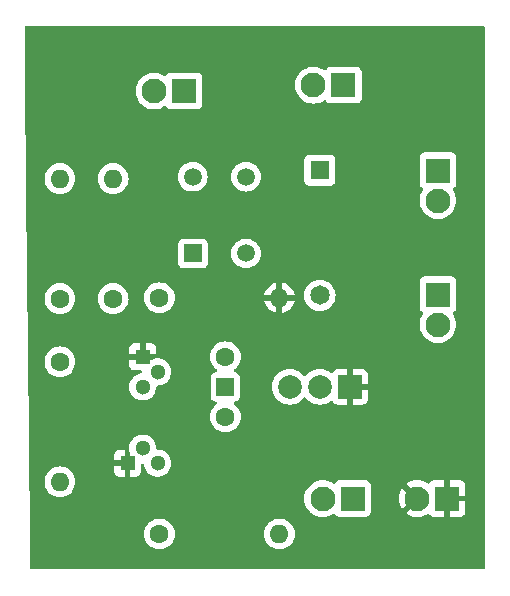
<source format=gbr>
%TF.GenerationSoftware,KiCad,Pcbnew,8.0.1*%
%TF.CreationDate,2024-07-20T13:09:04-07:00*%
%TF.ProjectId,Solenoid Control,536f6c65-6e6f-4696-9420-436f6e74726f,rev?*%
%TF.SameCoordinates,Original*%
%TF.FileFunction,Copper,L2,Bot*%
%TF.FilePolarity,Positive*%
%FSLAX46Y46*%
G04 Gerber Fmt 4.6, Leading zero omitted, Abs format (unit mm)*
G04 Created by KiCad (PCBNEW 8.0.1) date 2024-07-20 13:09:04*
%MOMM*%
%LPD*%
G01*
G04 APERTURE LIST*
%TA.AperFunction,ComponentPad*%
%ADD10C,1.650000*%
%TD*%
%TA.AperFunction,ComponentPad*%
%ADD11R,1.650000X1.650000*%
%TD*%
%TA.AperFunction,ComponentPad*%
%ADD12C,1.600000*%
%TD*%
%TA.AperFunction,ComponentPad*%
%ADD13R,1.500000X1.500000*%
%TD*%
%TA.AperFunction,ComponentPad*%
%ADD14R,2.100000X2.100000*%
%TD*%
%TA.AperFunction,ComponentPad*%
%ADD15C,2.100000*%
%TD*%
%TA.AperFunction,ComponentPad*%
%ADD16O,1.600000X1.600000*%
%TD*%
%TA.AperFunction,ComponentPad*%
%ADD17R,1.300000X1.300000*%
%TD*%
%TA.AperFunction,ComponentPad*%
%ADD18C,1.300000*%
%TD*%
%TA.AperFunction,ComponentPad*%
%ADD19R,1.508000X1.508000*%
%TD*%
%TA.AperFunction,ComponentPad*%
%ADD20C,1.508000*%
%TD*%
%TA.AperFunction,ComponentPad*%
%ADD21C,2.010000*%
%TD*%
%TA.AperFunction,ComponentPad*%
%ADD22R,2.010000X2.010000*%
%TD*%
G04 APERTURE END LIST*
D10*
%TO.P,D2,A*%
%TO.N,Net-(J2-Pin_1)*%
X148000000Y-75300000D03*
D11*
%TO.P,D2,C*%
%TO.N,/VCC*%
X148000000Y-64700000D03*
%TD*%
D12*
%TO.P,SW2,1,C*%
%TO.N,Net-(Q3-C)*%
X140000000Y-85580000D03*
D13*
%TO.P,SW2,2,B*%
%TO.N,Net-(Q1-G)*%
X140000000Y-83040000D03*
D12*
%TO.P,SW2,3,A*%
%TO.N,Net-(SW2-A)*%
X140000000Y-80500000D03*
%TD*%
D14*
%TO.P,J3,1,Pin_1*%
%TO.N,/VCC*%
X150000000Y-57500000D03*
D15*
%TO.P,J3,2,Pin_2*%
X147460000Y-57500000D03*
%TD*%
D12*
%TO.P,R3,1*%
%TO.N,Net-(J6-Pin_1)*%
X126000000Y-75580000D03*
D16*
%TO.P,R3,2*%
%TO.N,Net-(Q3-C)*%
X126000000Y-65420000D03*
%TD*%
D14*
%TO.P,J6,1,Pin_1*%
%TO.N,Net-(J6-Pin_1)*%
X136500000Y-58000000D03*
D15*
%TO.P,J6,2,Pin_2*%
X133960000Y-58000000D03*
%TD*%
D17*
%TO.P,Q3,1,E*%
%TO.N,/GND*%
X133000000Y-80500000D03*
D18*
%TO.P,Q3,2,C*%
%TO.N,Net-(Q3-C)*%
X134270000Y-81780000D03*
%TO.P,Q3,3,B*%
%TO.N,Net-(Q2-C)*%
X133000000Y-83040000D03*
%TD*%
D19*
%TO.P,S1,1*%
%TO.N,Net-(R1-Pad2)*%
X137250000Y-71750000D03*
D20*
%TO.P,S1,2*%
X137250000Y-65250000D03*
%TO.P,S1,3*%
%TO.N,Net-(J6-Pin_1)*%
X141750000Y-71750000D03*
%TO.P,S1,4*%
X141750000Y-65250000D03*
%TD*%
D14*
%TO.P,J1,1,Pin_1*%
%TO.N,/VCC*%
X158000000Y-64730000D03*
D15*
%TO.P,J1,2,Pin_2*%
X158000000Y-67270000D03*
%TD*%
D12*
%TO.P,R2,1*%
%TO.N,Net-(SW2-A)*%
X134420000Y-75500000D03*
D16*
%TO.P,R2,2*%
%TO.N,/GND*%
X144580000Y-75500000D03*
%TD*%
D17*
%TO.P,Q2,1,E*%
%TO.N,/GND*%
X131720000Y-89500000D03*
D18*
%TO.P,Q2,2,C*%
%TO.N,Net-(Q2-C)*%
X133000000Y-88230000D03*
%TO.P,Q2,3,B*%
%TO.N,Net-(Q2-B)*%
X134260000Y-89500000D03*
%TD*%
D14*
%TO.P,J4,1,Pin_1*%
%TO.N,/GND*%
X158770000Y-92500000D03*
D15*
%TO.P,J4,2,Pin_2*%
X156230000Y-92500000D03*
%TD*%
D12*
%TO.P,R5,1*%
%TO.N,Net-(Q2-B)*%
X134420000Y-95500000D03*
D16*
%TO.P,R5,2*%
%TO.N,Net-(J5-Pin_1)*%
X144580000Y-95500000D03*
%TD*%
D12*
%TO.P,R4,1*%
%TO.N,Net-(J6-Pin_1)*%
X126000000Y-80920000D03*
D16*
%TO.P,R4,2*%
%TO.N,Net-(Q2-C)*%
X126000000Y-91080000D03*
%TD*%
D14*
%TO.P,J2,1,Pin_1*%
%TO.N,Net-(J2-Pin_1)*%
X158000000Y-75230000D03*
D15*
%TO.P,J2,2,Pin_2*%
X158000000Y-77770000D03*
%TD*%
D12*
%TO.P,R1,1*%
%TO.N,Net-(SW2-A)*%
X130500000Y-75580000D03*
D16*
%TO.P,R1,2*%
%TO.N,Net-(R1-Pad2)*%
X130500000Y-65420000D03*
%TD*%
D21*
%TO.P,Q1,1,D*%
%TO.N,Net-(J2-Pin_1)*%
X148000000Y-83040000D03*
%TO.P,Q1,2,G*%
%TO.N,Net-(Q1-G)*%
X145460000Y-83040000D03*
D22*
%TO.P,Q1,3,S*%
%TO.N,/GND*%
X150540000Y-83040000D03*
%TD*%
D14*
%TO.P,J5,1,Pin_1*%
%TO.N,Net-(J5-Pin_1)*%
X150770000Y-92500000D03*
D15*
%TO.P,J5,2,Pin_2*%
X148230000Y-92500000D03*
%TD*%
%TA.AperFunction,Conductor*%
%TO.N,/GND*%
G36*
X161943039Y-52519685D02*
G01*
X161988794Y-52572489D01*
X162000000Y-52624000D01*
X162000000Y-98376000D01*
X161980315Y-98443039D01*
X161927511Y-98488794D01*
X161876000Y-98500000D01*
X123622660Y-98500000D01*
X123555621Y-98480315D01*
X123509866Y-98427511D01*
X123498667Y-98377348D01*
X123467391Y-95500001D01*
X133114532Y-95500001D01*
X133134364Y-95726686D01*
X133134366Y-95726697D01*
X133193258Y-95946488D01*
X133193261Y-95946497D01*
X133289431Y-96152732D01*
X133289432Y-96152734D01*
X133419954Y-96339141D01*
X133580858Y-96500045D01*
X133580861Y-96500047D01*
X133767266Y-96630568D01*
X133973504Y-96726739D01*
X134193308Y-96785635D01*
X134355230Y-96799801D01*
X134419998Y-96805468D01*
X134420000Y-96805468D01*
X134420002Y-96805468D01*
X134476673Y-96800509D01*
X134646692Y-96785635D01*
X134866496Y-96726739D01*
X135072734Y-96630568D01*
X135259139Y-96500047D01*
X135420047Y-96339139D01*
X135550568Y-96152734D01*
X135646739Y-95946496D01*
X135705635Y-95726692D01*
X135725468Y-95500001D01*
X143274532Y-95500001D01*
X143294364Y-95726686D01*
X143294366Y-95726697D01*
X143353258Y-95946488D01*
X143353261Y-95946497D01*
X143449431Y-96152732D01*
X143449432Y-96152734D01*
X143579954Y-96339141D01*
X143740858Y-96500045D01*
X143740861Y-96500047D01*
X143927266Y-96630568D01*
X144133504Y-96726739D01*
X144353308Y-96785635D01*
X144515230Y-96799801D01*
X144579998Y-96805468D01*
X144580000Y-96805468D01*
X144580002Y-96805468D01*
X144636673Y-96800509D01*
X144806692Y-96785635D01*
X145026496Y-96726739D01*
X145232734Y-96630568D01*
X145419139Y-96500047D01*
X145580047Y-96339139D01*
X145710568Y-96152734D01*
X145806739Y-95946496D01*
X145865635Y-95726692D01*
X145885468Y-95500000D01*
X145865635Y-95273308D01*
X145806739Y-95053504D01*
X145710568Y-94847266D01*
X145580047Y-94660861D01*
X145580045Y-94660858D01*
X145419141Y-94499954D01*
X145232734Y-94369432D01*
X145232732Y-94369431D01*
X145026497Y-94273261D01*
X145026488Y-94273258D01*
X144806697Y-94214366D01*
X144806693Y-94214365D01*
X144806692Y-94214365D01*
X144806691Y-94214364D01*
X144806686Y-94214364D01*
X144580002Y-94194532D01*
X144579998Y-94194532D01*
X144353313Y-94214364D01*
X144353302Y-94214366D01*
X144133511Y-94273258D01*
X144133502Y-94273261D01*
X143927267Y-94369431D01*
X143927265Y-94369432D01*
X143740858Y-94499954D01*
X143579954Y-94660858D01*
X143449432Y-94847265D01*
X143449431Y-94847267D01*
X143353261Y-95053502D01*
X143353258Y-95053511D01*
X143294366Y-95273302D01*
X143294364Y-95273313D01*
X143274532Y-95499998D01*
X143274532Y-95500001D01*
X135725468Y-95500001D01*
X135725468Y-95500000D01*
X135705635Y-95273308D01*
X135646739Y-95053504D01*
X135550568Y-94847266D01*
X135420047Y-94660861D01*
X135420045Y-94660858D01*
X135259141Y-94499954D01*
X135072734Y-94369432D01*
X135072732Y-94369431D01*
X134866497Y-94273261D01*
X134866488Y-94273258D01*
X134646697Y-94214366D01*
X134646693Y-94214365D01*
X134646692Y-94214365D01*
X134646691Y-94214364D01*
X134646686Y-94214364D01*
X134420002Y-94194532D01*
X134419998Y-94194532D01*
X134193313Y-94214364D01*
X134193302Y-94214366D01*
X133973511Y-94273258D01*
X133973502Y-94273261D01*
X133767267Y-94369431D01*
X133767265Y-94369432D01*
X133580858Y-94499954D01*
X133419954Y-94660858D01*
X133289432Y-94847265D01*
X133289431Y-94847267D01*
X133193261Y-95053502D01*
X133193258Y-95053511D01*
X133134366Y-95273302D01*
X133134364Y-95273313D01*
X133114532Y-95499998D01*
X133114532Y-95500001D01*
X123467391Y-95500001D01*
X123434783Y-92500000D01*
X146674706Y-92500000D01*
X146693853Y-92743297D01*
X146750830Y-92980619D01*
X146844222Y-93206089D01*
X146971737Y-93414173D01*
X146971738Y-93414176D01*
X146971741Y-93414179D01*
X147130241Y-93599759D01*
X147273897Y-93722453D01*
X147315823Y-93758261D01*
X147315826Y-93758262D01*
X147523910Y-93885777D01*
X147749381Y-93979169D01*
X147749378Y-93979169D01*
X147749384Y-93979170D01*
X147749388Y-93979172D01*
X147986698Y-94036146D01*
X148230000Y-94055294D01*
X148473302Y-94036146D01*
X148710612Y-93979172D01*
X148936089Y-93885777D01*
X149120859Y-93772549D01*
X149188302Y-93754305D01*
X149254905Y-93775421D01*
X149284913Y-93803966D01*
X149362452Y-93907544D01*
X149362455Y-93907547D01*
X149477664Y-93993793D01*
X149477671Y-93993797D01*
X149612517Y-94044091D01*
X149612516Y-94044091D01*
X149619444Y-94044835D01*
X149672127Y-94050500D01*
X151867872Y-94050499D01*
X151927483Y-94044091D01*
X152062331Y-93993796D01*
X152177546Y-93907546D01*
X152263796Y-93792331D01*
X152314091Y-93657483D01*
X152320500Y-93597873D01*
X152320499Y-92500000D01*
X154675207Y-92500000D01*
X154694348Y-92743219D01*
X154751303Y-92980457D01*
X154844668Y-93205861D01*
X154968504Y-93407941D01*
X155706212Y-92670233D01*
X155717482Y-92712292D01*
X155789890Y-92837708D01*
X155892292Y-92940110D01*
X156017708Y-93012518D01*
X156059763Y-93023787D01*
X155322057Y-93761494D01*
X155524138Y-93885331D01*
X155749542Y-93978696D01*
X155986780Y-94035651D01*
X155986779Y-94035651D01*
X156230000Y-94054792D01*
X156473219Y-94035651D01*
X156710457Y-93978696D01*
X156935861Y-93885331D01*
X157120985Y-93771887D01*
X157188431Y-93753642D01*
X157255033Y-93774758D01*
X157285041Y-93803303D01*
X157362809Y-93907187D01*
X157362812Y-93907190D01*
X157477906Y-93993350D01*
X157477913Y-93993354D01*
X157612620Y-94043596D01*
X157612627Y-94043598D01*
X157672155Y-94049999D01*
X157672172Y-94050000D01*
X158520000Y-94050000D01*
X158520000Y-92990747D01*
X158557708Y-93012518D01*
X158697591Y-93050000D01*
X158842409Y-93050000D01*
X158982292Y-93012518D01*
X159020000Y-92990747D01*
X159020000Y-94050000D01*
X159867828Y-94050000D01*
X159867844Y-94049999D01*
X159927372Y-94043598D01*
X159927379Y-94043596D01*
X160062086Y-93993354D01*
X160062093Y-93993350D01*
X160177187Y-93907190D01*
X160177190Y-93907187D01*
X160263350Y-93792093D01*
X160263354Y-93792086D01*
X160313596Y-93657379D01*
X160313598Y-93657372D01*
X160319999Y-93597844D01*
X160320000Y-93597827D01*
X160320000Y-92750000D01*
X159260748Y-92750000D01*
X159282518Y-92712292D01*
X159320000Y-92572409D01*
X159320000Y-92427591D01*
X159282518Y-92287708D01*
X159260748Y-92250000D01*
X160320000Y-92250000D01*
X160320000Y-91402172D01*
X160319999Y-91402155D01*
X160313598Y-91342627D01*
X160313596Y-91342620D01*
X160263354Y-91207913D01*
X160263350Y-91207906D01*
X160177190Y-91092812D01*
X160177187Y-91092809D01*
X160062093Y-91006649D01*
X160062086Y-91006645D01*
X159927379Y-90956403D01*
X159927372Y-90956401D01*
X159867844Y-90950000D01*
X159020000Y-90950000D01*
X159020000Y-92009252D01*
X158982292Y-91987482D01*
X158842409Y-91950000D01*
X158697591Y-91950000D01*
X158557708Y-91987482D01*
X158520000Y-92009252D01*
X158520000Y-90950000D01*
X157672155Y-90950000D01*
X157612627Y-90956401D01*
X157612620Y-90956403D01*
X157477913Y-91006645D01*
X157477906Y-91006649D01*
X157362812Y-91092809D01*
X157285041Y-91196697D01*
X157229107Y-91238567D01*
X157159415Y-91243551D01*
X157120985Y-91228113D01*
X156935856Y-91114666D01*
X156710457Y-91021303D01*
X156473219Y-90964348D01*
X156473220Y-90964348D01*
X156230000Y-90945207D01*
X155986780Y-90964348D01*
X155749542Y-91021303D01*
X155524138Y-91114668D01*
X155322057Y-91238504D01*
X156059765Y-91976212D01*
X156017708Y-91987482D01*
X155892292Y-92059890D01*
X155789890Y-92162292D01*
X155717482Y-92287708D01*
X155706212Y-92329765D01*
X154968504Y-91592057D01*
X154844668Y-91794138D01*
X154751303Y-92019542D01*
X154694348Y-92256780D01*
X154675207Y-92500000D01*
X152320499Y-92500000D01*
X152320499Y-91402128D01*
X152314091Y-91342517D01*
X152271173Y-91227449D01*
X152263797Y-91207671D01*
X152263793Y-91207664D01*
X152177547Y-91092455D01*
X152177544Y-91092452D01*
X152062335Y-91006206D01*
X152062328Y-91006202D01*
X151927482Y-90955908D01*
X151927483Y-90955908D01*
X151867883Y-90949501D01*
X151867881Y-90949500D01*
X151867873Y-90949500D01*
X151867864Y-90949500D01*
X149672129Y-90949500D01*
X149672123Y-90949501D01*
X149612516Y-90955908D01*
X149477671Y-91006202D01*
X149477664Y-91006206D01*
X149362455Y-91092452D01*
X149284913Y-91196034D01*
X149228979Y-91237904D01*
X149159287Y-91242888D01*
X149120857Y-91227449D01*
X148936089Y-91114222D01*
X148710618Y-91020830D01*
X148710621Y-91020830D01*
X148604992Y-90995470D01*
X148473302Y-90963854D01*
X148473300Y-90963853D01*
X148473297Y-90963853D01*
X148230000Y-90944706D01*
X147986702Y-90963853D01*
X147986698Y-90963854D01*
X147810301Y-91006204D01*
X147749380Y-91020830D01*
X147523910Y-91114222D01*
X147315826Y-91241737D01*
X147315823Y-91241738D01*
X147130241Y-91400241D01*
X146971738Y-91585823D01*
X146971737Y-91585826D01*
X146844222Y-91793910D01*
X146750830Y-92019380D01*
X146693853Y-92256702D01*
X146674706Y-92500000D01*
X123434783Y-92500000D01*
X123419348Y-91080001D01*
X124694532Y-91080001D01*
X124714364Y-91306686D01*
X124714366Y-91306697D01*
X124773258Y-91526488D01*
X124773261Y-91526497D01*
X124869431Y-91732732D01*
X124869432Y-91732734D01*
X124999954Y-91919141D01*
X125160858Y-92080045D01*
X125160861Y-92080047D01*
X125347266Y-92210568D01*
X125553504Y-92306739D01*
X125773308Y-92365635D01*
X125935230Y-92379801D01*
X125999998Y-92385468D01*
X126000000Y-92385468D01*
X126000002Y-92385468D01*
X126056673Y-92380509D01*
X126226692Y-92365635D01*
X126446496Y-92306739D01*
X126652734Y-92210568D01*
X126839139Y-92080047D01*
X127000047Y-91919139D01*
X127130568Y-91732734D01*
X127226739Y-91526496D01*
X127285635Y-91306692D01*
X127305468Y-91080000D01*
X127285635Y-90853308D01*
X127226739Y-90633504D01*
X127130568Y-90427266D01*
X127000047Y-90240861D01*
X127000045Y-90240858D01*
X126957031Y-90197844D01*
X130570000Y-90197844D01*
X130576401Y-90257372D01*
X130576403Y-90257379D01*
X130626645Y-90392086D01*
X130626649Y-90392093D01*
X130712809Y-90507187D01*
X130712812Y-90507190D01*
X130827906Y-90593350D01*
X130827913Y-90593354D01*
X130962620Y-90643596D01*
X130962627Y-90643598D01*
X131022155Y-90649999D01*
X131022172Y-90650000D01*
X131470000Y-90650000D01*
X131470000Y-89780330D01*
X131489745Y-89800075D01*
X131575255Y-89849444D01*
X131670630Y-89875000D01*
X131769370Y-89875000D01*
X131864745Y-89849444D01*
X131950255Y-89800075D01*
X131970000Y-89780330D01*
X131970000Y-90650000D01*
X132417828Y-90650000D01*
X132417844Y-90649999D01*
X132477372Y-90643598D01*
X132477379Y-90643596D01*
X132612086Y-90593354D01*
X132612093Y-90593350D01*
X132727187Y-90507190D01*
X132727190Y-90507187D01*
X132813350Y-90392093D01*
X132813354Y-90392086D01*
X132863596Y-90257379D01*
X132863598Y-90257372D01*
X132869999Y-90197844D01*
X132870000Y-90197827D01*
X132870000Y-89650657D01*
X132889685Y-89583618D01*
X132942489Y-89537863D01*
X133011647Y-89527919D01*
X133075203Y-89556944D01*
X133112977Y-89615722D01*
X133117471Y-89639216D01*
X133124244Y-89712310D01*
X133182596Y-89917392D01*
X133182596Y-89917394D01*
X133277632Y-90108253D01*
X133277634Y-90108255D01*
X133406128Y-90278407D01*
X133563698Y-90422052D01*
X133744981Y-90534298D01*
X133943802Y-90611321D01*
X134153390Y-90650500D01*
X134153392Y-90650500D01*
X134366608Y-90650500D01*
X134366610Y-90650500D01*
X134576198Y-90611321D01*
X134775019Y-90534298D01*
X134956302Y-90422052D01*
X135113872Y-90278407D01*
X135242366Y-90108255D01*
X135321450Y-89949432D01*
X135337403Y-89917394D01*
X135337403Y-89917393D01*
X135337405Y-89917389D01*
X135395756Y-89712310D01*
X135415429Y-89500000D01*
X135395756Y-89287690D01*
X135337405Y-89082611D01*
X135337403Y-89082606D01*
X135337403Y-89082605D01*
X135242367Y-88891746D01*
X135113872Y-88721593D01*
X135108267Y-88716483D01*
X134956302Y-88577948D01*
X134775019Y-88465702D01*
X134775017Y-88465701D01*
X134622574Y-88406645D01*
X134576198Y-88388679D01*
X134366610Y-88349500D01*
X134279429Y-88349500D01*
X134212390Y-88329815D01*
X134166635Y-88277011D01*
X134157616Y-88235554D01*
X134155958Y-88235708D01*
X134154187Y-88216599D01*
X134135756Y-88017690D01*
X134077405Y-87812611D01*
X134077403Y-87812606D01*
X134077403Y-87812605D01*
X133982367Y-87621746D01*
X133853872Y-87451593D01*
X133696302Y-87307948D01*
X133515019Y-87195702D01*
X133515017Y-87195701D01*
X133415608Y-87157190D01*
X133316198Y-87118679D01*
X133106610Y-87079500D01*
X132893390Y-87079500D01*
X132683802Y-87118679D01*
X132683799Y-87118679D01*
X132683799Y-87118680D01*
X132484982Y-87195701D01*
X132484980Y-87195702D01*
X132303699Y-87307947D01*
X132146127Y-87451593D01*
X132017632Y-87621746D01*
X131922596Y-87812605D01*
X131922596Y-87812607D01*
X131922595Y-87812611D01*
X131864244Y-88017690D01*
X131844571Y-88230000D01*
X131864244Y-88442310D01*
X131922595Y-88647389D01*
X131957000Y-88716485D01*
X131970000Y-88771755D01*
X131970000Y-89219670D01*
X131950255Y-89199925D01*
X131864745Y-89150556D01*
X131769370Y-89125000D01*
X131670630Y-89125000D01*
X131575255Y-89150556D01*
X131489745Y-89199925D01*
X131470000Y-89219670D01*
X131470000Y-88350000D01*
X131022155Y-88350000D01*
X130962627Y-88356401D01*
X130962620Y-88356403D01*
X130827913Y-88406645D01*
X130827906Y-88406649D01*
X130712812Y-88492809D01*
X130712809Y-88492812D01*
X130626649Y-88607906D01*
X130626645Y-88607913D01*
X130576403Y-88742620D01*
X130576401Y-88742627D01*
X130570000Y-88802155D01*
X130570000Y-89250000D01*
X131439670Y-89250000D01*
X131419925Y-89269745D01*
X131370556Y-89355255D01*
X131345000Y-89450630D01*
X131345000Y-89549370D01*
X131370556Y-89644745D01*
X131419925Y-89730255D01*
X131439670Y-89750000D01*
X130570000Y-89750000D01*
X130570000Y-90197844D01*
X126957031Y-90197844D01*
X126839141Y-90079954D01*
X126652734Y-89949432D01*
X126652732Y-89949431D01*
X126446497Y-89853261D01*
X126446488Y-89853258D01*
X126226697Y-89794366D01*
X126226693Y-89794365D01*
X126226692Y-89794365D01*
X126226691Y-89794364D01*
X126226686Y-89794364D01*
X126000002Y-89774532D01*
X125999998Y-89774532D01*
X125773313Y-89794364D01*
X125773302Y-89794366D01*
X125553511Y-89853258D01*
X125553502Y-89853261D01*
X125347267Y-89949431D01*
X125347265Y-89949432D01*
X125160858Y-90079954D01*
X124999954Y-90240858D01*
X124869432Y-90427265D01*
X124869431Y-90427267D01*
X124773261Y-90633502D01*
X124773258Y-90633511D01*
X124714366Y-90853302D01*
X124714364Y-90853313D01*
X124694532Y-91079998D01*
X124694532Y-91080001D01*
X123419348Y-91080001D01*
X123359565Y-85580001D01*
X138694532Y-85580001D01*
X138714364Y-85806686D01*
X138714366Y-85806697D01*
X138773258Y-86026488D01*
X138773261Y-86026497D01*
X138869431Y-86232732D01*
X138869432Y-86232734D01*
X138999954Y-86419141D01*
X139160858Y-86580045D01*
X139160861Y-86580047D01*
X139347266Y-86710568D01*
X139553504Y-86806739D01*
X139773308Y-86865635D01*
X139935230Y-86879801D01*
X139999998Y-86885468D01*
X140000000Y-86885468D01*
X140000002Y-86885468D01*
X140056673Y-86880509D01*
X140226692Y-86865635D01*
X140446496Y-86806739D01*
X140652734Y-86710568D01*
X140839139Y-86580047D01*
X141000047Y-86419139D01*
X141130568Y-86232734D01*
X141226739Y-86026496D01*
X141285635Y-85806692D01*
X141305468Y-85580000D01*
X141285635Y-85353308D01*
X141226739Y-85133504D01*
X141130568Y-84927266D01*
X141000047Y-84740861D01*
X141000045Y-84740858D01*
X140839141Y-84579954D01*
X140745978Y-84514721D01*
X140702353Y-84460144D01*
X140695159Y-84390646D01*
X140726682Y-84328291D01*
X140786911Y-84292877D01*
X140803842Y-84289857D01*
X140857483Y-84284091D01*
X140992331Y-84233796D01*
X141107546Y-84147546D01*
X141193796Y-84032331D01*
X141244091Y-83897483D01*
X141250500Y-83837873D01*
X141250499Y-83040000D01*
X143949845Y-83040000D01*
X143968438Y-83276243D01*
X144023754Y-83506654D01*
X144023758Y-83506666D01*
X144114441Y-83725596D01*
X144238255Y-83927642D01*
X144238256Y-83927644D01*
X144283147Y-83980204D01*
X144392159Y-84107841D01*
X144525377Y-84221620D01*
X144572355Y-84261743D01*
X144572357Y-84261744D01*
X144774403Y-84385558D01*
X144814557Y-84402190D01*
X144993336Y-84476243D01*
X145223760Y-84531562D01*
X145460000Y-84550155D01*
X145696240Y-84531562D01*
X145926664Y-84476243D01*
X146145596Y-84385558D01*
X146347647Y-84261741D01*
X146527841Y-84107841D01*
X146635710Y-83981541D01*
X146694217Y-83943349D01*
X146764084Y-83942850D01*
X146823131Y-83980204D01*
X146824262Y-83981510D01*
X146932159Y-84107841D01*
X147065377Y-84221620D01*
X147112355Y-84261743D01*
X147112357Y-84261744D01*
X147314403Y-84385558D01*
X147354557Y-84402190D01*
X147533336Y-84476243D01*
X147763760Y-84531562D01*
X148000000Y-84550155D01*
X148236240Y-84531562D01*
X148466664Y-84476243D01*
X148685596Y-84385558D01*
X148887647Y-84261741D01*
X148901170Y-84250190D01*
X148964928Y-84221620D01*
X149034014Y-84232055D01*
X149086491Y-84278184D01*
X149090530Y-84285046D01*
X149091644Y-84287087D01*
X149177809Y-84402187D01*
X149177812Y-84402190D01*
X149292906Y-84488350D01*
X149292913Y-84488354D01*
X149427620Y-84538596D01*
X149427627Y-84538598D01*
X149487155Y-84544999D01*
X149487172Y-84545000D01*
X150290000Y-84545000D01*
X150290000Y-83661649D01*
X150344568Y-83684252D01*
X150474011Y-83710000D01*
X150605989Y-83710000D01*
X150735432Y-83684252D01*
X150790000Y-83661649D01*
X150790000Y-84545000D01*
X151592828Y-84545000D01*
X151592844Y-84544999D01*
X151652372Y-84538598D01*
X151652379Y-84538596D01*
X151787086Y-84488354D01*
X151787093Y-84488350D01*
X151902187Y-84402190D01*
X151902190Y-84402187D01*
X151988350Y-84287093D01*
X151988354Y-84287086D01*
X152038596Y-84152379D01*
X152038598Y-84152372D01*
X152044999Y-84092844D01*
X152045000Y-84092827D01*
X152045000Y-83290000D01*
X151161649Y-83290000D01*
X151184252Y-83235432D01*
X151210000Y-83105989D01*
X151210000Y-82974011D01*
X151184252Y-82844568D01*
X151161649Y-82790000D01*
X152045000Y-82790000D01*
X152045000Y-81987172D01*
X152044999Y-81987155D01*
X152038598Y-81927627D01*
X152038596Y-81927620D01*
X151988354Y-81792913D01*
X151988350Y-81792906D01*
X151902190Y-81677812D01*
X151902187Y-81677809D01*
X151787093Y-81591649D01*
X151787086Y-81591645D01*
X151652379Y-81541403D01*
X151652372Y-81541401D01*
X151592844Y-81535000D01*
X150790000Y-81535000D01*
X150790000Y-82418350D01*
X150735432Y-82395748D01*
X150605989Y-82370000D01*
X150474011Y-82370000D01*
X150344568Y-82395748D01*
X150290000Y-82418350D01*
X150290000Y-81535000D01*
X149487155Y-81535000D01*
X149427627Y-81541401D01*
X149427620Y-81541403D01*
X149292913Y-81591645D01*
X149292906Y-81591649D01*
X149177812Y-81677809D01*
X149177809Y-81677812D01*
X149091645Y-81792911D01*
X149090533Y-81794949D01*
X149088892Y-81796589D01*
X149086331Y-81800011D01*
X149085839Y-81799642D01*
X149041126Y-81844353D01*
X148972853Y-81859203D01*
X148907389Y-81834784D01*
X148901171Y-81829809D01*
X148887649Y-81818260D01*
X148887644Y-81818257D01*
X148685596Y-81694441D01*
X148466666Y-81603758D01*
X148466668Y-81603758D01*
X148466664Y-81603757D01*
X148466660Y-81603756D01*
X148466654Y-81603754D01*
X148236243Y-81548438D01*
X148000000Y-81529845D01*
X147763756Y-81548438D01*
X147533345Y-81603754D01*
X147533333Y-81603758D01*
X147314403Y-81694441D01*
X147112357Y-81818255D01*
X147112355Y-81818256D01*
X146978646Y-81932455D01*
X146932159Y-81972159D01*
X146865192Y-82050568D01*
X146824290Y-82098458D01*
X146765783Y-82136651D01*
X146695916Y-82137150D01*
X146636869Y-82099796D01*
X146635710Y-82098458D01*
X146527841Y-81972159D01*
X146380369Y-81846206D01*
X146347644Y-81818256D01*
X146347642Y-81818255D01*
X146145596Y-81694441D01*
X145926666Y-81603758D01*
X145926668Y-81603758D01*
X145926664Y-81603757D01*
X145926660Y-81603756D01*
X145926654Y-81603754D01*
X145696243Y-81548438D01*
X145460000Y-81529845D01*
X145223756Y-81548438D01*
X144993345Y-81603754D01*
X144993333Y-81603758D01*
X144774403Y-81694441D01*
X144572357Y-81818255D01*
X144572355Y-81818256D01*
X144392159Y-81972159D01*
X144238256Y-82152355D01*
X144238255Y-82152357D01*
X144114441Y-82354403D01*
X144023758Y-82573333D01*
X144023754Y-82573345D01*
X143968438Y-82803756D01*
X143949845Y-83040000D01*
X141250499Y-83040000D01*
X141250499Y-82242128D01*
X141244091Y-82182517D01*
X141232841Y-82152355D01*
X141193797Y-82047671D01*
X141193793Y-82047664D01*
X141107547Y-81932455D01*
X141107544Y-81932452D01*
X140992335Y-81846206D01*
X140992328Y-81846202D01*
X140857482Y-81795908D01*
X140857483Y-81795908D01*
X140803846Y-81790142D01*
X140739295Y-81763404D01*
X140699446Y-81706012D01*
X140696953Y-81636187D01*
X140732605Y-81576098D01*
X140745972Y-81565282D01*
X140839139Y-81500047D01*
X141000047Y-81339139D01*
X141130568Y-81152734D01*
X141226739Y-80946496D01*
X141285635Y-80726692D01*
X141305468Y-80500000D01*
X141285635Y-80273308D01*
X141234069Y-80080861D01*
X141226741Y-80053511D01*
X141226738Y-80053502D01*
X141164463Y-79919954D01*
X141130568Y-79847266D01*
X141000047Y-79660861D01*
X141000045Y-79660858D01*
X140839141Y-79499954D01*
X140652734Y-79369432D01*
X140652732Y-79369431D01*
X140446497Y-79273261D01*
X140446488Y-79273258D01*
X140226697Y-79214366D01*
X140226693Y-79214365D01*
X140226692Y-79214365D01*
X140226691Y-79214364D01*
X140226686Y-79214364D01*
X140000002Y-79194532D01*
X139999998Y-79194532D01*
X139773313Y-79214364D01*
X139773302Y-79214366D01*
X139553511Y-79273258D01*
X139553502Y-79273261D01*
X139347267Y-79369431D01*
X139347265Y-79369432D01*
X139160858Y-79499954D01*
X138999954Y-79660858D01*
X138869432Y-79847265D01*
X138869431Y-79847267D01*
X138773261Y-80053502D01*
X138773258Y-80053511D01*
X138714366Y-80273302D01*
X138714364Y-80273313D01*
X138694532Y-80499998D01*
X138694532Y-80500001D01*
X138714364Y-80726686D01*
X138714366Y-80726697D01*
X138773258Y-80946488D01*
X138773261Y-80946497D01*
X138869431Y-81152732D01*
X138869432Y-81152734D01*
X138999954Y-81339141D01*
X139160858Y-81500045D01*
X139254021Y-81565278D01*
X139297646Y-81619854D01*
X139304840Y-81689353D01*
X139273317Y-81751708D01*
X139213088Y-81787122D01*
X139196152Y-81790143D01*
X139142516Y-81795908D01*
X139007671Y-81846202D01*
X139007664Y-81846206D01*
X138892455Y-81932452D01*
X138892452Y-81932455D01*
X138806206Y-82047664D01*
X138806202Y-82047671D01*
X138755908Y-82182517D01*
X138753423Y-82205635D01*
X138749501Y-82242123D01*
X138749500Y-82242135D01*
X138749500Y-83837870D01*
X138749501Y-83837876D01*
X138755908Y-83897483D01*
X138806202Y-84032328D01*
X138806206Y-84032335D01*
X138892452Y-84147544D01*
X138892455Y-84147547D01*
X139007664Y-84233793D01*
X139007671Y-84233797D01*
X139051629Y-84250192D01*
X139142517Y-84284091D01*
X139196157Y-84289858D01*
X139260703Y-84316594D01*
X139300552Y-84373986D01*
X139303047Y-84443811D01*
X139267395Y-84503900D01*
X139254022Y-84514721D01*
X139160856Y-84579956D01*
X138999954Y-84740858D01*
X138869432Y-84927265D01*
X138869431Y-84927267D01*
X138773261Y-85133502D01*
X138773258Y-85133511D01*
X138714366Y-85353302D01*
X138714364Y-85353313D01*
X138694532Y-85579998D01*
X138694532Y-85580001D01*
X123359565Y-85580001D01*
X123347868Y-84503900D01*
X123331956Y-83040000D01*
X131844571Y-83040000D01*
X131864244Y-83252310D01*
X131922596Y-83457392D01*
X131922596Y-83457394D01*
X132017632Y-83648253D01*
X132146127Y-83818406D01*
X132146128Y-83818407D01*
X132303698Y-83962052D01*
X132484981Y-84074298D01*
X132683802Y-84151321D01*
X132893390Y-84190500D01*
X132893392Y-84190500D01*
X133106608Y-84190500D01*
X133106610Y-84190500D01*
X133316198Y-84151321D01*
X133515019Y-84074298D01*
X133696302Y-83962052D01*
X133853872Y-83818407D01*
X133982366Y-83648255D01*
X134026101Y-83560423D01*
X134077403Y-83457394D01*
X134077403Y-83457393D01*
X134077405Y-83457389D01*
X134135756Y-83252310D01*
X134155146Y-83043059D01*
X134180932Y-82978121D01*
X134237733Y-82937434D01*
X134278617Y-82930500D01*
X134376608Y-82930500D01*
X134376610Y-82930500D01*
X134586198Y-82891321D01*
X134785019Y-82814298D01*
X134966302Y-82702052D01*
X135123872Y-82558407D01*
X135252366Y-82388255D01*
X135315436Y-82261593D01*
X135347403Y-82197394D01*
X135347403Y-82197393D01*
X135347405Y-82197389D01*
X135405756Y-81992310D01*
X135425429Y-81780000D01*
X135405756Y-81567690D01*
X135347405Y-81362611D01*
X135347403Y-81362606D01*
X135347403Y-81362605D01*
X135252367Y-81171746D01*
X135123872Y-81001593D01*
X135034367Y-80919998D01*
X134966302Y-80857948D01*
X134785019Y-80745702D01*
X134785017Y-80745701D01*
X134649758Y-80693302D01*
X134586198Y-80668679D01*
X134376610Y-80629500D01*
X134163390Y-80629500D01*
X133953802Y-80668679D01*
X133765497Y-80741627D01*
X133720708Y-80750000D01*
X133280330Y-80750000D01*
X133300075Y-80730255D01*
X133349444Y-80644745D01*
X133375000Y-80549370D01*
X133375000Y-80450630D01*
X133349444Y-80355255D01*
X133300075Y-80269745D01*
X133280330Y-80250000D01*
X134150000Y-80250000D01*
X134150000Y-79802172D01*
X134149999Y-79802155D01*
X134143598Y-79742627D01*
X134143596Y-79742620D01*
X134093354Y-79607913D01*
X134093350Y-79607906D01*
X134007190Y-79492812D01*
X134007187Y-79492809D01*
X133892093Y-79406649D01*
X133892086Y-79406645D01*
X133757379Y-79356403D01*
X133757372Y-79356401D01*
X133697844Y-79350000D01*
X133250000Y-79350000D01*
X133250000Y-80219670D01*
X133230255Y-80199925D01*
X133144745Y-80150556D01*
X133049370Y-80125000D01*
X132950630Y-80125000D01*
X132855255Y-80150556D01*
X132769745Y-80199925D01*
X132750000Y-80219670D01*
X132750000Y-79350000D01*
X132302155Y-79350000D01*
X132242627Y-79356401D01*
X132242620Y-79356403D01*
X132107913Y-79406645D01*
X132107906Y-79406649D01*
X131992812Y-79492809D01*
X131992809Y-79492812D01*
X131906649Y-79607906D01*
X131906645Y-79607913D01*
X131856403Y-79742620D01*
X131856401Y-79742627D01*
X131850000Y-79802155D01*
X131850000Y-80250000D01*
X132719670Y-80250000D01*
X132699925Y-80269745D01*
X132650556Y-80355255D01*
X132625000Y-80450630D01*
X132625000Y-80549370D01*
X132650556Y-80644745D01*
X132699925Y-80730255D01*
X132719670Y-80750000D01*
X131850000Y-80750000D01*
X131850000Y-81197844D01*
X131856401Y-81257372D01*
X131856403Y-81257379D01*
X131906645Y-81392086D01*
X131906649Y-81392093D01*
X131992809Y-81507187D01*
X131992812Y-81507190D01*
X132107906Y-81593350D01*
X132107913Y-81593354D01*
X132242620Y-81643596D01*
X132242627Y-81643598D01*
X132302155Y-81649999D01*
X132302172Y-81650000D01*
X132836429Y-81650000D01*
X132903468Y-81669685D01*
X132949223Y-81722489D01*
X132959167Y-81791647D01*
X132930142Y-81855203D01*
X132871364Y-81892977D01*
X132859220Y-81895887D01*
X132683802Y-81928679D01*
X132683799Y-81928679D01*
X132683799Y-81928680D01*
X132484982Y-82005701D01*
X132484980Y-82005702D01*
X132303699Y-82117947D01*
X132146127Y-82261593D01*
X132017632Y-82431746D01*
X131922596Y-82622605D01*
X131922596Y-82622607D01*
X131864244Y-82827689D01*
X131844571Y-83039999D01*
X131844571Y-83040000D01*
X123331956Y-83040000D01*
X123308913Y-80920001D01*
X124694532Y-80920001D01*
X124714364Y-81146686D01*
X124714366Y-81146697D01*
X124773258Y-81366488D01*
X124773261Y-81366497D01*
X124869431Y-81572732D01*
X124869432Y-81572734D01*
X124999954Y-81759141D01*
X125160858Y-81920045D01*
X125160861Y-81920047D01*
X125347266Y-82050568D01*
X125553504Y-82146739D01*
X125553509Y-82146740D01*
X125553511Y-82146741D01*
X125606415Y-82160916D01*
X125773308Y-82205635D01*
X125935230Y-82219801D01*
X125999998Y-82225468D01*
X126000000Y-82225468D01*
X126000002Y-82225468D01*
X126056673Y-82220509D01*
X126226692Y-82205635D01*
X126446496Y-82146739D01*
X126652734Y-82050568D01*
X126839139Y-81920047D01*
X127000047Y-81759139D01*
X127130568Y-81572734D01*
X127226739Y-81366496D01*
X127285635Y-81146692D01*
X127305468Y-80920000D01*
X127285635Y-80693308D01*
X127226739Y-80473504D01*
X127130568Y-80267266D01*
X127000047Y-80080861D01*
X127000045Y-80080858D01*
X126839141Y-79919954D01*
X126652734Y-79789432D01*
X126652732Y-79789431D01*
X126446497Y-79693261D01*
X126446488Y-79693258D01*
X126226697Y-79634366D01*
X126226693Y-79634365D01*
X126226692Y-79634365D01*
X126226691Y-79634364D01*
X126226686Y-79634364D01*
X126000002Y-79614532D01*
X125999998Y-79614532D01*
X125773313Y-79634364D01*
X125773302Y-79634366D01*
X125553511Y-79693258D01*
X125553502Y-79693261D01*
X125347267Y-79789431D01*
X125347265Y-79789432D01*
X125160858Y-79919954D01*
X124999954Y-80080858D01*
X124869432Y-80267265D01*
X124869431Y-80267267D01*
X124773261Y-80473502D01*
X124773258Y-80473511D01*
X124714366Y-80693302D01*
X124714364Y-80693313D01*
X124694532Y-80919998D01*
X124694532Y-80920001D01*
X123308913Y-80920001D01*
X123274674Y-77770000D01*
X156444706Y-77770000D01*
X156463853Y-78013297D01*
X156520830Y-78250619D01*
X156614222Y-78476089D01*
X156741737Y-78684173D01*
X156741738Y-78684176D01*
X156741741Y-78684179D01*
X156900241Y-78869759D01*
X157043897Y-78992453D01*
X157085823Y-79028261D01*
X157085826Y-79028262D01*
X157293910Y-79155777D01*
X157519381Y-79249169D01*
X157519378Y-79249169D01*
X157519384Y-79249170D01*
X157519388Y-79249172D01*
X157756698Y-79306146D01*
X158000000Y-79325294D01*
X158243302Y-79306146D01*
X158480612Y-79249172D01*
X158706089Y-79155777D01*
X158914179Y-79028259D01*
X159099759Y-78869759D01*
X159258259Y-78684179D01*
X159385777Y-78476089D01*
X159479172Y-78250612D01*
X159536146Y-78013302D01*
X159555294Y-77770000D01*
X159536146Y-77526698D01*
X159479172Y-77289388D01*
X159385777Y-77063911D01*
X159385777Y-77063910D01*
X159272550Y-76879142D01*
X159254305Y-76811697D01*
X159275421Y-76745094D01*
X159303962Y-76715088D01*
X159407546Y-76637546D01*
X159493796Y-76522331D01*
X159544091Y-76387483D01*
X159550500Y-76327873D01*
X159550499Y-74132128D01*
X159544091Y-74072517D01*
X159535573Y-74049680D01*
X159493797Y-73937671D01*
X159493793Y-73937664D01*
X159407547Y-73822455D01*
X159407544Y-73822452D01*
X159292335Y-73736206D01*
X159292328Y-73736202D01*
X159157482Y-73685908D01*
X159157483Y-73685908D01*
X159097883Y-73679501D01*
X159097881Y-73679500D01*
X159097873Y-73679500D01*
X159097864Y-73679500D01*
X156902129Y-73679500D01*
X156902123Y-73679501D01*
X156842516Y-73685908D01*
X156707671Y-73736202D01*
X156707664Y-73736206D01*
X156592455Y-73822452D01*
X156592452Y-73822455D01*
X156506206Y-73937664D01*
X156506202Y-73937671D01*
X156455908Y-74072517D01*
X156449501Y-74132116D01*
X156449501Y-74132123D01*
X156449500Y-74132135D01*
X156449500Y-76327870D01*
X156449501Y-76327876D01*
X156455908Y-76387483D01*
X156506202Y-76522328D01*
X156506206Y-76522335D01*
X156592452Y-76637544D01*
X156592455Y-76637547D01*
X156696033Y-76715086D01*
X156737904Y-76771019D01*
X156742888Y-76840711D01*
X156727449Y-76879142D01*
X156614222Y-77063910D01*
X156520830Y-77289380D01*
X156463853Y-77526702D01*
X156444706Y-77770000D01*
X123274674Y-77770000D01*
X123250869Y-75580001D01*
X124694532Y-75580001D01*
X124714364Y-75806686D01*
X124714366Y-75806697D01*
X124773258Y-76026488D01*
X124773261Y-76026497D01*
X124869431Y-76232732D01*
X124869432Y-76232734D01*
X124999954Y-76419141D01*
X125160858Y-76580045D01*
X125160861Y-76580047D01*
X125347266Y-76710568D01*
X125553504Y-76806739D01*
X125553509Y-76806740D01*
X125553511Y-76806741D01*
X125606415Y-76820916D01*
X125773308Y-76865635D01*
X125927694Y-76879142D01*
X125999998Y-76885468D01*
X126000000Y-76885468D01*
X126000002Y-76885468D01*
X126072306Y-76879142D01*
X126226692Y-76865635D01*
X126446496Y-76806739D01*
X126652734Y-76710568D01*
X126839139Y-76580047D01*
X127000047Y-76419139D01*
X127130568Y-76232734D01*
X127226739Y-76026496D01*
X127285635Y-75806692D01*
X127305468Y-75580001D01*
X129194532Y-75580001D01*
X129214364Y-75806686D01*
X129214366Y-75806697D01*
X129273258Y-76026488D01*
X129273261Y-76026497D01*
X129369431Y-76232732D01*
X129369432Y-76232734D01*
X129499954Y-76419141D01*
X129660858Y-76580045D01*
X129660861Y-76580047D01*
X129847266Y-76710568D01*
X130053504Y-76806739D01*
X130053509Y-76806740D01*
X130053511Y-76806741D01*
X130106415Y-76820916D01*
X130273308Y-76865635D01*
X130427694Y-76879142D01*
X130499998Y-76885468D01*
X130500000Y-76885468D01*
X130500002Y-76885468D01*
X130572306Y-76879142D01*
X130726692Y-76865635D01*
X130946496Y-76806739D01*
X131152734Y-76710568D01*
X131339139Y-76580047D01*
X131500047Y-76419139D01*
X131630568Y-76232734D01*
X131726739Y-76026496D01*
X131785635Y-75806692D01*
X131805468Y-75580000D01*
X131798469Y-75500001D01*
X133114532Y-75500001D01*
X133134364Y-75726686D01*
X133134366Y-75726697D01*
X133193258Y-75946488D01*
X133193261Y-75946497D01*
X133289431Y-76152732D01*
X133289432Y-76152734D01*
X133419954Y-76339141D01*
X133580858Y-76500045D01*
X133580861Y-76500047D01*
X133767266Y-76630568D01*
X133973504Y-76726739D01*
X134193308Y-76785635D01*
X134355230Y-76799801D01*
X134419998Y-76805468D01*
X134420000Y-76805468D01*
X134420002Y-76805468D01*
X134476673Y-76800509D01*
X134646692Y-76785635D01*
X134866496Y-76726739D01*
X135072734Y-76630568D01*
X135259139Y-76500047D01*
X135420047Y-76339139D01*
X135550568Y-76152734D01*
X135646739Y-75946496D01*
X135705635Y-75726692D01*
X135725468Y-75500000D01*
X135705635Y-75273308D01*
X135699389Y-75249999D01*
X143301127Y-75249999D01*
X143301128Y-75250000D01*
X144264314Y-75250000D01*
X144259920Y-75254394D01*
X144207259Y-75345606D01*
X144180000Y-75447339D01*
X144180000Y-75552661D01*
X144207259Y-75654394D01*
X144259920Y-75745606D01*
X144264314Y-75750000D01*
X143301128Y-75750000D01*
X143353730Y-75946317D01*
X143353734Y-75946326D01*
X143449865Y-76152482D01*
X143580342Y-76338820D01*
X143741179Y-76499657D01*
X143927517Y-76630134D01*
X144133673Y-76726265D01*
X144133682Y-76726269D01*
X144329999Y-76778872D01*
X144330000Y-76778871D01*
X144330000Y-75815686D01*
X144334394Y-75820080D01*
X144425606Y-75872741D01*
X144527339Y-75900000D01*
X144632661Y-75900000D01*
X144734394Y-75872741D01*
X144825606Y-75820080D01*
X144830000Y-75815686D01*
X144830000Y-76778872D01*
X145026317Y-76726269D01*
X145026326Y-76726265D01*
X145232482Y-76630134D01*
X145418820Y-76499657D01*
X145579657Y-76338820D01*
X145710134Y-76152482D01*
X145806265Y-75946326D01*
X145806269Y-75946317D01*
X145858872Y-75750000D01*
X144895686Y-75750000D01*
X144900080Y-75745606D01*
X144952741Y-75654394D01*
X144980000Y-75552661D01*
X144980000Y-75447339D01*
X144952741Y-75345606D01*
X144926411Y-75300001D01*
X146669437Y-75300001D01*
X146689650Y-75531044D01*
X146689651Y-75531051D01*
X146749678Y-75755074D01*
X146749679Y-75755076D01*
X146749680Y-75755079D01*
X146847699Y-75965282D01*
X146980730Y-76155269D01*
X147144731Y-76319270D01*
X147334718Y-76452301D01*
X147544921Y-76550320D01*
X147768950Y-76610349D01*
X147933985Y-76624787D01*
X147999998Y-76630563D01*
X148000000Y-76630563D01*
X148000002Y-76630563D01*
X148057762Y-76625509D01*
X148231050Y-76610349D01*
X148455079Y-76550320D01*
X148665282Y-76452301D01*
X148855269Y-76319270D01*
X149019270Y-76155269D01*
X149152301Y-75965282D01*
X149250320Y-75755079D01*
X149310349Y-75531050D01*
X149330563Y-75300000D01*
X149310349Y-75068950D01*
X149250320Y-74844921D01*
X149152301Y-74634719D01*
X149152299Y-74634716D01*
X149152298Y-74634714D01*
X149019273Y-74444735D01*
X149019268Y-74444729D01*
X148855269Y-74280730D01*
X148844598Y-74273258D01*
X148665282Y-74147699D01*
X148455079Y-74049680D01*
X148455076Y-74049679D01*
X148455074Y-74049678D01*
X148231051Y-73989651D01*
X148231044Y-73989650D01*
X148000002Y-73969437D01*
X147999998Y-73969437D01*
X147768955Y-73989650D01*
X147768948Y-73989651D01*
X147544917Y-74049681D01*
X147334718Y-74147699D01*
X147334714Y-74147701D01*
X147144735Y-74280726D01*
X147144729Y-74280731D01*
X146980731Y-74444729D01*
X146980726Y-74444735D01*
X146847701Y-74634714D01*
X146847699Y-74634718D01*
X146749681Y-74844917D01*
X146689651Y-75068948D01*
X146689650Y-75068955D01*
X146669437Y-75299998D01*
X146669437Y-75300001D01*
X144926411Y-75300001D01*
X144900080Y-75254394D01*
X144895686Y-75250000D01*
X145858872Y-75250000D01*
X145858872Y-75249999D01*
X145806269Y-75053682D01*
X145806265Y-75053673D01*
X145710134Y-74847517D01*
X145579657Y-74661179D01*
X145418820Y-74500342D01*
X145232482Y-74369865D01*
X145026328Y-74273734D01*
X144830000Y-74221127D01*
X144830000Y-75184314D01*
X144825606Y-75179920D01*
X144734394Y-75127259D01*
X144632661Y-75100000D01*
X144527339Y-75100000D01*
X144425606Y-75127259D01*
X144334394Y-75179920D01*
X144330000Y-75184314D01*
X144330000Y-74221127D01*
X144133671Y-74273734D01*
X143927517Y-74369865D01*
X143741179Y-74500342D01*
X143580342Y-74661179D01*
X143449865Y-74847517D01*
X143353734Y-75053673D01*
X143353730Y-75053682D01*
X143301127Y-75249999D01*
X135699389Y-75249999D01*
X135646739Y-75053504D01*
X135550568Y-74847266D01*
X135420047Y-74660861D01*
X135420045Y-74660858D01*
X135259141Y-74499954D01*
X135072734Y-74369432D01*
X135072732Y-74369431D01*
X134866497Y-74273261D01*
X134866488Y-74273258D01*
X134646697Y-74214366D01*
X134646693Y-74214365D01*
X134646692Y-74214365D01*
X134646691Y-74214364D01*
X134646686Y-74214364D01*
X134420002Y-74194532D01*
X134419998Y-74194532D01*
X134193313Y-74214364D01*
X134193302Y-74214366D01*
X133973511Y-74273258D01*
X133973502Y-74273261D01*
X133767267Y-74369431D01*
X133767265Y-74369432D01*
X133580858Y-74499954D01*
X133419954Y-74660858D01*
X133289432Y-74847265D01*
X133289431Y-74847267D01*
X133193261Y-75053502D01*
X133193258Y-75053511D01*
X133134366Y-75273302D01*
X133134364Y-75273313D01*
X133114532Y-75499998D01*
X133114532Y-75500001D01*
X131798469Y-75500001D01*
X131785635Y-75353308D01*
X131726739Y-75133504D01*
X131630568Y-74927266D01*
X131500047Y-74740861D01*
X131500045Y-74740858D01*
X131339141Y-74579954D01*
X131152734Y-74449432D01*
X131152732Y-74449431D01*
X130946497Y-74353261D01*
X130946488Y-74353258D01*
X130726697Y-74294366D01*
X130726693Y-74294365D01*
X130726692Y-74294365D01*
X130726691Y-74294364D01*
X130726686Y-74294364D01*
X130500002Y-74274532D01*
X130499998Y-74274532D01*
X130273313Y-74294364D01*
X130273302Y-74294366D01*
X130053511Y-74353258D01*
X130053502Y-74353261D01*
X129847267Y-74449431D01*
X129847265Y-74449432D01*
X129660858Y-74579954D01*
X129499954Y-74740858D01*
X129369432Y-74927265D01*
X129369431Y-74927267D01*
X129273261Y-75133502D01*
X129273258Y-75133511D01*
X129214366Y-75353302D01*
X129214364Y-75353313D01*
X129194532Y-75579998D01*
X129194532Y-75580001D01*
X127305468Y-75580001D01*
X127305468Y-75580000D01*
X127285635Y-75353308D01*
X127226739Y-75133504D01*
X127130568Y-74927266D01*
X127000047Y-74740861D01*
X127000045Y-74740858D01*
X126839141Y-74579954D01*
X126652734Y-74449432D01*
X126652732Y-74449431D01*
X126446497Y-74353261D01*
X126446488Y-74353258D01*
X126226697Y-74294366D01*
X126226693Y-74294365D01*
X126226692Y-74294365D01*
X126226691Y-74294364D01*
X126226686Y-74294364D01*
X126000002Y-74274532D01*
X125999998Y-74274532D01*
X125773313Y-74294364D01*
X125773302Y-74294366D01*
X125553511Y-74353258D01*
X125553502Y-74353261D01*
X125347267Y-74449431D01*
X125347265Y-74449432D01*
X125160858Y-74579954D01*
X124999954Y-74740858D01*
X124869432Y-74927265D01*
X124869431Y-74927267D01*
X124773261Y-75133502D01*
X124773258Y-75133511D01*
X124714366Y-75353302D01*
X124714364Y-75353313D01*
X124694532Y-75579998D01*
X124694532Y-75580001D01*
X123250869Y-75580001D01*
X123217954Y-72551870D01*
X135995500Y-72551870D01*
X135995501Y-72551876D01*
X136001908Y-72611483D01*
X136052202Y-72746328D01*
X136052206Y-72746335D01*
X136138452Y-72861544D01*
X136138455Y-72861547D01*
X136253664Y-72947793D01*
X136253671Y-72947797D01*
X136388517Y-72998091D01*
X136388516Y-72998091D01*
X136395444Y-72998835D01*
X136448127Y-73004500D01*
X138051872Y-73004499D01*
X138111483Y-72998091D01*
X138246331Y-72947796D01*
X138361546Y-72861546D01*
X138447796Y-72746331D01*
X138498091Y-72611483D01*
X138504500Y-72551873D01*
X138504499Y-71750000D01*
X140490708Y-71750000D01*
X140509839Y-71968674D01*
X140566653Y-72180703D01*
X140566654Y-72180706D01*
X140566655Y-72180708D01*
X140659419Y-72379642D01*
X140659423Y-72379650D01*
X140785322Y-72559452D01*
X140785327Y-72559458D01*
X140940541Y-72714672D01*
X140940547Y-72714677D01*
X141120349Y-72840576D01*
X141120351Y-72840577D01*
X141120354Y-72840579D01*
X141319297Y-72933347D01*
X141531326Y-72990161D01*
X141687521Y-73003826D01*
X141749998Y-73009292D01*
X141750000Y-73009292D01*
X141750002Y-73009292D01*
X141804797Y-73004498D01*
X141968674Y-72990161D01*
X142180703Y-72933347D01*
X142379646Y-72840579D01*
X142559457Y-72714674D01*
X142714674Y-72559457D01*
X142840579Y-72379646D01*
X142933347Y-72180703D01*
X142990161Y-71968674D01*
X143009292Y-71750000D01*
X142990161Y-71531326D01*
X142933347Y-71319297D01*
X142840579Y-71120354D01*
X142840577Y-71120351D01*
X142840576Y-71120349D01*
X142714677Y-70940547D01*
X142714672Y-70940541D01*
X142559458Y-70785327D01*
X142559452Y-70785322D01*
X142379650Y-70659423D01*
X142379642Y-70659419D01*
X142180708Y-70566655D01*
X142180706Y-70566654D01*
X142180703Y-70566653D01*
X142029885Y-70526240D01*
X141968675Y-70509839D01*
X141968668Y-70509838D01*
X141750002Y-70490708D01*
X141749998Y-70490708D01*
X141531331Y-70509838D01*
X141531324Y-70509839D01*
X141408902Y-70542642D01*
X141319297Y-70566653D01*
X141319295Y-70566653D01*
X141319291Y-70566655D01*
X141120357Y-70659419D01*
X141120349Y-70659423D01*
X140940547Y-70785322D01*
X140940541Y-70785327D01*
X140785327Y-70940541D01*
X140785322Y-70940547D01*
X140659423Y-71120349D01*
X140659419Y-71120357D01*
X140566655Y-71319291D01*
X140509839Y-71531324D01*
X140509838Y-71531331D01*
X140490708Y-71749997D01*
X140490708Y-71750000D01*
X138504499Y-71750000D01*
X138504499Y-70948128D01*
X138498091Y-70888517D01*
X138459603Y-70785326D01*
X138447797Y-70753671D01*
X138447793Y-70753664D01*
X138361547Y-70638455D01*
X138361544Y-70638452D01*
X138246335Y-70552206D01*
X138246328Y-70552202D01*
X138111482Y-70501908D01*
X138111483Y-70501908D01*
X138051883Y-70495501D01*
X138051881Y-70495500D01*
X138051873Y-70495500D01*
X138051864Y-70495500D01*
X136448129Y-70495500D01*
X136448123Y-70495501D01*
X136388516Y-70501908D01*
X136253671Y-70552202D01*
X136253664Y-70552206D01*
X136138455Y-70638452D01*
X136138452Y-70638455D01*
X136052206Y-70753664D01*
X136052202Y-70753671D01*
X136001908Y-70888517D01*
X135996315Y-70940543D01*
X135995501Y-70948123D01*
X135995500Y-70948135D01*
X135995500Y-72551870D01*
X123217954Y-72551870D01*
X123160543Y-67270000D01*
X156444706Y-67270000D01*
X156463853Y-67513297D01*
X156520830Y-67750619D01*
X156614222Y-67976089D01*
X156741737Y-68184173D01*
X156741738Y-68184176D01*
X156741741Y-68184179D01*
X156900241Y-68369759D01*
X157043897Y-68492453D01*
X157085823Y-68528261D01*
X157085826Y-68528262D01*
X157293910Y-68655777D01*
X157519381Y-68749169D01*
X157519378Y-68749169D01*
X157519384Y-68749170D01*
X157519388Y-68749172D01*
X157756698Y-68806146D01*
X158000000Y-68825294D01*
X158243302Y-68806146D01*
X158480612Y-68749172D01*
X158706089Y-68655777D01*
X158914179Y-68528259D01*
X159099759Y-68369759D01*
X159258259Y-68184179D01*
X159385777Y-67976089D01*
X159479172Y-67750612D01*
X159536146Y-67513302D01*
X159555294Y-67270000D01*
X159536146Y-67026698D01*
X159479172Y-66789388D01*
X159420086Y-66646741D01*
X159385777Y-66563910D01*
X159272550Y-66379142D01*
X159254305Y-66311697D01*
X159275421Y-66245094D01*
X159303962Y-66215088D01*
X159407546Y-66137546D01*
X159493796Y-66022331D01*
X159544091Y-65887483D01*
X159550500Y-65827873D01*
X159550499Y-63632128D01*
X159544091Y-63572517D01*
X159523554Y-63517455D01*
X159493797Y-63437671D01*
X159493793Y-63437664D01*
X159407547Y-63322455D01*
X159407544Y-63322452D01*
X159292335Y-63236206D01*
X159292328Y-63236202D01*
X159157482Y-63185908D01*
X159157483Y-63185908D01*
X159097883Y-63179501D01*
X159097881Y-63179500D01*
X159097873Y-63179500D01*
X159097864Y-63179500D01*
X156902129Y-63179500D01*
X156902123Y-63179501D01*
X156842516Y-63185908D01*
X156707671Y-63236202D01*
X156707664Y-63236206D01*
X156592455Y-63322452D01*
X156592452Y-63322455D01*
X156506206Y-63437664D01*
X156506202Y-63437671D01*
X156455908Y-63572517D01*
X156449501Y-63632116D01*
X156449501Y-63632123D01*
X156449500Y-63632135D01*
X156449500Y-65827870D01*
X156449501Y-65827876D01*
X156455908Y-65887483D01*
X156506202Y-66022328D01*
X156506206Y-66022335D01*
X156592452Y-66137544D01*
X156592455Y-66137547D01*
X156696033Y-66215086D01*
X156737904Y-66271019D01*
X156742888Y-66340711D01*
X156727449Y-66379142D01*
X156614222Y-66563910D01*
X156520830Y-66789380D01*
X156463853Y-67026702D01*
X156444706Y-67270000D01*
X123160543Y-67270000D01*
X123140434Y-65420001D01*
X124694532Y-65420001D01*
X124714364Y-65646686D01*
X124714366Y-65646697D01*
X124773258Y-65866488D01*
X124773261Y-65866497D01*
X124869431Y-66072732D01*
X124869432Y-66072734D01*
X124999954Y-66259141D01*
X125160858Y-66420045D01*
X125207693Y-66452839D01*
X125347266Y-66550568D01*
X125553504Y-66646739D01*
X125773308Y-66705635D01*
X125935230Y-66719801D01*
X125999998Y-66725468D01*
X126000000Y-66725468D01*
X126000002Y-66725468D01*
X126056673Y-66720509D01*
X126226692Y-66705635D01*
X126446496Y-66646739D01*
X126652734Y-66550568D01*
X126839139Y-66420047D01*
X127000047Y-66259139D01*
X127130568Y-66072734D01*
X127226739Y-65866496D01*
X127285635Y-65646692D01*
X127305468Y-65420001D01*
X129194532Y-65420001D01*
X129214364Y-65646686D01*
X129214366Y-65646697D01*
X129273258Y-65866488D01*
X129273261Y-65866497D01*
X129369431Y-66072732D01*
X129369432Y-66072734D01*
X129499954Y-66259141D01*
X129660858Y-66420045D01*
X129707693Y-66452839D01*
X129847266Y-66550568D01*
X130053504Y-66646739D01*
X130273308Y-66705635D01*
X130435230Y-66719801D01*
X130499998Y-66725468D01*
X130500000Y-66725468D01*
X130500002Y-66725468D01*
X130556673Y-66720509D01*
X130726692Y-66705635D01*
X130946496Y-66646739D01*
X131152734Y-66550568D01*
X131339139Y-66420047D01*
X131500047Y-66259139D01*
X131630568Y-66072734D01*
X131726739Y-65866496D01*
X131785635Y-65646692D01*
X131805468Y-65420000D01*
X131790595Y-65250002D01*
X135990708Y-65250002D01*
X136005580Y-65420001D01*
X136009839Y-65468674D01*
X136066653Y-65680703D01*
X136066654Y-65680706D01*
X136066655Y-65680708D01*
X136159419Y-65879642D01*
X136159423Y-65879650D01*
X136285322Y-66059452D01*
X136285327Y-66059458D01*
X136440541Y-66214672D01*
X136440547Y-66214677D01*
X136620349Y-66340576D01*
X136620351Y-66340577D01*
X136620354Y-66340579D01*
X136819297Y-66433347D01*
X137031326Y-66490161D01*
X137187521Y-66503826D01*
X137249998Y-66509292D01*
X137250000Y-66509292D01*
X137250002Y-66509292D01*
X137304668Y-66504509D01*
X137468674Y-66490161D01*
X137680703Y-66433347D01*
X137879646Y-66340579D01*
X138059457Y-66214674D01*
X138214674Y-66059457D01*
X138340579Y-65879646D01*
X138433347Y-65680703D01*
X138490161Y-65468674D01*
X138509292Y-65250002D01*
X140490708Y-65250002D01*
X140505580Y-65420001D01*
X140509839Y-65468674D01*
X140566653Y-65680703D01*
X140566654Y-65680706D01*
X140566655Y-65680708D01*
X140659419Y-65879642D01*
X140659423Y-65879650D01*
X140785322Y-66059452D01*
X140785327Y-66059458D01*
X140940541Y-66214672D01*
X140940547Y-66214677D01*
X141120349Y-66340576D01*
X141120351Y-66340577D01*
X141120354Y-66340579D01*
X141319297Y-66433347D01*
X141531326Y-66490161D01*
X141687521Y-66503826D01*
X141749998Y-66509292D01*
X141750000Y-66509292D01*
X141750002Y-66509292D01*
X141804668Y-66504509D01*
X141968674Y-66490161D01*
X142180703Y-66433347D01*
X142379646Y-66340579D01*
X142559457Y-66214674D01*
X142714674Y-66059457D01*
X142840579Y-65879646D01*
X142933347Y-65680703D01*
X142962241Y-65572870D01*
X146674500Y-65572870D01*
X146674501Y-65572876D01*
X146680908Y-65632483D01*
X146731202Y-65767328D01*
X146731206Y-65767335D01*
X146817452Y-65882544D01*
X146817455Y-65882547D01*
X146932664Y-65968793D01*
X146932671Y-65968797D01*
X147067517Y-66019091D01*
X147067516Y-66019091D01*
X147074444Y-66019835D01*
X147127127Y-66025500D01*
X148872872Y-66025499D01*
X148932483Y-66019091D01*
X149067331Y-65968796D01*
X149182546Y-65882546D01*
X149268796Y-65767331D01*
X149319091Y-65632483D01*
X149325500Y-65572873D01*
X149325499Y-63827128D01*
X149319091Y-63767517D01*
X149268796Y-63632669D01*
X149268795Y-63632668D01*
X149268793Y-63632664D01*
X149182547Y-63517455D01*
X149182544Y-63517452D01*
X149067335Y-63431206D01*
X149067328Y-63431202D01*
X148932482Y-63380908D01*
X148932483Y-63380908D01*
X148872883Y-63374501D01*
X148872881Y-63374500D01*
X148872873Y-63374500D01*
X148872864Y-63374500D01*
X147127129Y-63374500D01*
X147127123Y-63374501D01*
X147067516Y-63380908D01*
X146932671Y-63431202D01*
X146932664Y-63431206D01*
X146817455Y-63517452D01*
X146817452Y-63517455D01*
X146731206Y-63632664D01*
X146731202Y-63632671D01*
X146680908Y-63767517D01*
X146674501Y-63827116D01*
X146674501Y-63827123D01*
X146674500Y-63827135D01*
X146674500Y-65572870D01*
X142962241Y-65572870D01*
X142990161Y-65468674D01*
X143009292Y-65250000D01*
X142990161Y-65031326D01*
X142933347Y-64819297D01*
X142840579Y-64620354D01*
X142840577Y-64620351D01*
X142840576Y-64620349D01*
X142714677Y-64440547D01*
X142714672Y-64440541D01*
X142559458Y-64285327D01*
X142559452Y-64285322D01*
X142379650Y-64159423D01*
X142379642Y-64159419D01*
X142180708Y-64066655D01*
X142180706Y-64066654D01*
X142180703Y-64066653D01*
X142029885Y-64026240D01*
X141968675Y-64009839D01*
X141968668Y-64009838D01*
X141750002Y-63990708D01*
X141749998Y-63990708D01*
X141531331Y-64009838D01*
X141531324Y-64009839D01*
X141408902Y-64042642D01*
X141319297Y-64066653D01*
X141319295Y-64066653D01*
X141319291Y-64066655D01*
X141120357Y-64159419D01*
X141120349Y-64159423D01*
X140940547Y-64285322D01*
X140940541Y-64285327D01*
X140785327Y-64440541D01*
X140785322Y-64440547D01*
X140659423Y-64620349D01*
X140659419Y-64620357D01*
X140566655Y-64819291D01*
X140509839Y-65031324D01*
X140509838Y-65031331D01*
X140490708Y-65249997D01*
X140490708Y-65250002D01*
X138509292Y-65250002D01*
X138509292Y-65250000D01*
X138490161Y-65031326D01*
X138433347Y-64819297D01*
X138340579Y-64620354D01*
X138340577Y-64620351D01*
X138340576Y-64620349D01*
X138214677Y-64440547D01*
X138214672Y-64440541D01*
X138059458Y-64285327D01*
X138059452Y-64285322D01*
X137879650Y-64159423D01*
X137879642Y-64159419D01*
X137680708Y-64066655D01*
X137680706Y-64066654D01*
X137680703Y-64066653D01*
X137529885Y-64026240D01*
X137468675Y-64009839D01*
X137468668Y-64009838D01*
X137250002Y-63990708D01*
X137249998Y-63990708D01*
X137031331Y-64009838D01*
X137031324Y-64009839D01*
X136908902Y-64042642D01*
X136819297Y-64066653D01*
X136819295Y-64066653D01*
X136819291Y-64066655D01*
X136620357Y-64159419D01*
X136620349Y-64159423D01*
X136440547Y-64285322D01*
X136440541Y-64285327D01*
X136285327Y-64440541D01*
X136285322Y-64440547D01*
X136159423Y-64620349D01*
X136159419Y-64620357D01*
X136066655Y-64819291D01*
X136009839Y-65031324D01*
X136009838Y-65031331D01*
X135990708Y-65249997D01*
X135990708Y-65250002D01*
X131790595Y-65250002D01*
X131785635Y-65193308D01*
X131726739Y-64973504D01*
X131630568Y-64767266D01*
X131500047Y-64580861D01*
X131500045Y-64580858D01*
X131339141Y-64419954D01*
X131152734Y-64289432D01*
X131152732Y-64289431D01*
X130946497Y-64193261D01*
X130946488Y-64193258D01*
X130726697Y-64134366D01*
X130726693Y-64134365D01*
X130726692Y-64134365D01*
X130726691Y-64134364D01*
X130726686Y-64134364D01*
X130500002Y-64114532D01*
X130499998Y-64114532D01*
X130273313Y-64134364D01*
X130273302Y-64134366D01*
X130053511Y-64193258D01*
X130053502Y-64193261D01*
X129847267Y-64289431D01*
X129847265Y-64289432D01*
X129660858Y-64419954D01*
X129499954Y-64580858D01*
X129369432Y-64767265D01*
X129369431Y-64767267D01*
X129273261Y-64973502D01*
X129273258Y-64973511D01*
X129214366Y-65193302D01*
X129214364Y-65193313D01*
X129194532Y-65419998D01*
X129194532Y-65420001D01*
X127305468Y-65420001D01*
X127305468Y-65420000D01*
X127285635Y-65193308D01*
X127226739Y-64973504D01*
X127130568Y-64767266D01*
X127000047Y-64580861D01*
X127000045Y-64580858D01*
X126839141Y-64419954D01*
X126652734Y-64289432D01*
X126652732Y-64289431D01*
X126446497Y-64193261D01*
X126446488Y-64193258D01*
X126226697Y-64134366D01*
X126226693Y-64134365D01*
X126226692Y-64134365D01*
X126226691Y-64134364D01*
X126226686Y-64134364D01*
X126000002Y-64114532D01*
X125999998Y-64114532D01*
X125773313Y-64134364D01*
X125773302Y-64134366D01*
X125553511Y-64193258D01*
X125553502Y-64193261D01*
X125347267Y-64289431D01*
X125347265Y-64289432D01*
X125160858Y-64419954D01*
X124999954Y-64580858D01*
X124869432Y-64767265D01*
X124869431Y-64767267D01*
X124773261Y-64973502D01*
X124773258Y-64973511D01*
X124714366Y-65193302D01*
X124714364Y-65193313D01*
X124694532Y-65419998D01*
X124694532Y-65420001D01*
X123140434Y-65420001D01*
X123059782Y-58000000D01*
X132404706Y-58000000D01*
X132423853Y-58243297D01*
X132480830Y-58480619D01*
X132574222Y-58706089D01*
X132701737Y-58914173D01*
X132701738Y-58914176D01*
X132701741Y-58914179D01*
X132860241Y-59099759D01*
X133003897Y-59222453D01*
X133045823Y-59258261D01*
X133045826Y-59258262D01*
X133253910Y-59385777D01*
X133479381Y-59479169D01*
X133479378Y-59479169D01*
X133479384Y-59479170D01*
X133479388Y-59479172D01*
X133716698Y-59536146D01*
X133960000Y-59555294D01*
X134203302Y-59536146D01*
X134440612Y-59479172D01*
X134666089Y-59385777D01*
X134850859Y-59272549D01*
X134918302Y-59254305D01*
X134984905Y-59275421D01*
X135014913Y-59303966D01*
X135092452Y-59407544D01*
X135092455Y-59407547D01*
X135207664Y-59493793D01*
X135207671Y-59493797D01*
X135342517Y-59544091D01*
X135342516Y-59544091D01*
X135349444Y-59544835D01*
X135402127Y-59550500D01*
X137597872Y-59550499D01*
X137657483Y-59544091D01*
X137792331Y-59493796D01*
X137907546Y-59407546D01*
X137993796Y-59292331D01*
X138044091Y-59157483D01*
X138050500Y-59097873D01*
X138050499Y-57500000D01*
X145904706Y-57500000D01*
X145923853Y-57743297D01*
X145980830Y-57980619D01*
X146074222Y-58206089D01*
X146201737Y-58414173D01*
X146201738Y-58414176D01*
X146201741Y-58414179D01*
X146360241Y-58599759D01*
X146484738Y-58706089D01*
X146545823Y-58758261D01*
X146545826Y-58758262D01*
X146753910Y-58885777D01*
X146979381Y-58979169D01*
X146979378Y-58979169D01*
X146979384Y-58979170D01*
X146979388Y-58979172D01*
X147216698Y-59036146D01*
X147460000Y-59055294D01*
X147703302Y-59036146D01*
X147940612Y-58979172D01*
X148166089Y-58885777D01*
X148350859Y-58772549D01*
X148418302Y-58754305D01*
X148484905Y-58775421D01*
X148514913Y-58803966D01*
X148592452Y-58907544D01*
X148592455Y-58907547D01*
X148707664Y-58993793D01*
X148707671Y-58993797D01*
X148842517Y-59044091D01*
X148842516Y-59044091D01*
X148849444Y-59044835D01*
X148902127Y-59050500D01*
X151097872Y-59050499D01*
X151157483Y-59044091D01*
X151292331Y-58993796D01*
X151407546Y-58907546D01*
X151493796Y-58792331D01*
X151544091Y-58657483D01*
X151550500Y-58597873D01*
X151550499Y-56402128D01*
X151544091Y-56342517D01*
X151501173Y-56227449D01*
X151493797Y-56207671D01*
X151493793Y-56207664D01*
X151407547Y-56092455D01*
X151407544Y-56092452D01*
X151292335Y-56006206D01*
X151292328Y-56006202D01*
X151157482Y-55955908D01*
X151157483Y-55955908D01*
X151097883Y-55949501D01*
X151097881Y-55949500D01*
X151097873Y-55949500D01*
X151097864Y-55949500D01*
X148902129Y-55949500D01*
X148902123Y-55949501D01*
X148842516Y-55955908D01*
X148707671Y-56006202D01*
X148707664Y-56006206D01*
X148592455Y-56092452D01*
X148514913Y-56196034D01*
X148458979Y-56237904D01*
X148389287Y-56242888D01*
X148350857Y-56227449D01*
X148166089Y-56114222D01*
X147940618Y-56020830D01*
X147940621Y-56020830D01*
X147834992Y-55995470D01*
X147703302Y-55963854D01*
X147703300Y-55963853D01*
X147703297Y-55963853D01*
X147460000Y-55944706D01*
X147216702Y-55963853D01*
X147216698Y-55963854D01*
X147040301Y-56006204D01*
X146979380Y-56020830D01*
X146753910Y-56114222D01*
X146545826Y-56241737D01*
X146545823Y-56241738D01*
X146360241Y-56400241D01*
X146201738Y-56585823D01*
X146201737Y-56585826D01*
X146074222Y-56793910D01*
X145980830Y-57019380D01*
X145923853Y-57256702D01*
X145904706Y-57500000D01*
X138050499Y-57500000D01*
X138050499Y-56902128D01*
X138044091Y-56842517D01*
X138001173Y-56727449D01*
X137993797Y-56707671D01*
X137993793Y-56707664D01*
X137907547Y-56592455D01*
X137907544Y-56592452D01*
X137792335Y-56506206D01*
X137792328Y-56506202D01*
X137657482Y-56455908D01*
X137657483Y-56455908D01*
X137597883Y-56449501D01*
X137597881Y-56449500D01*
X137597873Y-56449500D01*
X137597864Y-56449500D01*
X135402129Y-56449500D01*
X135402123Y-56449501D01*
X135342516Y-56455908D01*
X135207671Y-56506202D01*
X135207664Y-56506206D01*
X135092455Y-56592452D01*
X135014913Y-56696034D01*
X134958979Y-56737904D01*
X134889287Y-56742888D01*
X134850857Y-56727449D01*
X134666089Y-56614222D01*
X134440618Y-56520830D01*
X134440621Y-56520830D01*
X134334992Y-56495470D01*
X134203302Y-56463854D01*
X134203300Y-56463853D01*
X134203297Y-56463853D01*
X133960000Y-56444706D01*
X133716702Y-56463853D01*
X133716698Y-56463854D01*
X133540301Y-56506204D01*
X133479380Y-56520830D01*
X133253910Y-56614222D01*
X133045826Y-56741737D01*
X133045823Y-56741738D01*
X132860241Y-56900241D01*
X132701738Y-57085823D01*
X132701737Y-57085826D01*
X132574222Y-57293910D01*
X132480830Y-57519380D01*
X132423853Y-57756702D01*
X132404706Y-58000000D01*
X123059782Y-58000000D01*
X123001362Y-52625346D01*
X123020317Y-52558098D01*
X123072621Y-52511772D01*
X123125355Y-52500000D01*
X161876000Y-52500000D01*
X161943039Y-52519685D01*
G37*
%TD.AperFunction*%
%TD*%
M02*

</source>
